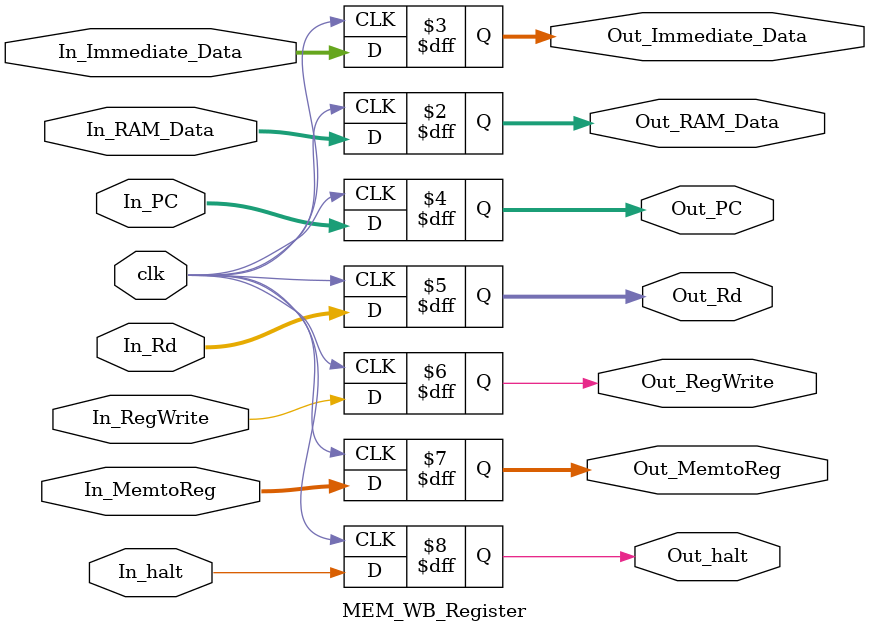
<source format=v>
module MEM_WB_Register (
// input signals
	
	clk,In_RAM_Data,In_Immediate_Data, In_Rd,
	 
	// output signals
	Out_RAM_Data,Out_Immediate_Data, Out_Rd,
	// control unit input signals
	
	
	// WB signals
	In_RegWrite, In_MemtoReg,
	
	// control unit output signals
	
	// WB signals
	Out_RegWrite, Out_MemtoReg,
	In_PC,Out_PC,
	
	//halt signal
	In_halt,Out_halt
	
); 


input clk ;

input [31:0] In_RAM_Data,In_Immediate_Data,In_PC ; // this refer to RAM output data and Immediate data

input [4:0] In_Rd; // the values come from the instruction in ID stage

input In_RegWrite;

input [1:0] In_MemtoReg;

input In_halt;


output reg [31:0]  Out_RAM_Data,Out_Immediate_Data,Out_PC ;

output reg [4:0]   Out_Rd; 

output reg Out_RegWrite;
							 

output reg [1:0] Out_MemtoReg;

output reg Out_halt;
						 
						 
always @(posedge clk)
	begin
		
			
			Out_RAM_Data <= In_RAM_Data;
			Out_Immediate_Data <= In_Immediate_Data;
					
			Out_Rd <=In_Rd;
			
			Out_RegWrite <= In_RegWrite;
			Out_MemtoReg<=In_MemtoReg;
			
			Out_PC<=In_PC;
			
			Out_halt<=In_halt;
			
	
	end
	
endmodule

</source>
